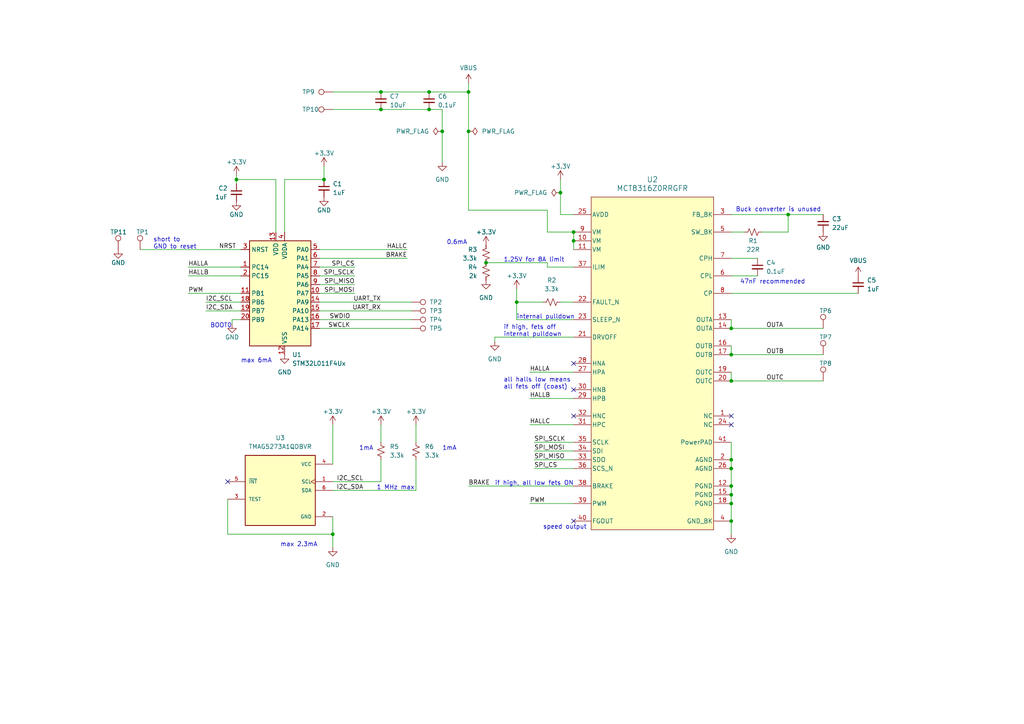
<source format=kicad_sch>
(kicad_sch (version 20230121) (generator eeschema)
  (paper "A4")
  (title_block (title "PennyESC") (date "2025-11-14") (rev "1") (company "Christopher Xu"))
  (lib_symbols
    (symbol "Connector:TestPoint" (pin_numbers hide) (pin_names (offset 0.762) hide)
      (property "Reference" "TP" (at 0 6.858 0))
      (property "Value" "TestPoint" (at 0 5.08 0))
      (symbol "TestPoint_0_1"
        (circle (center 0 3.302) (radius 0.762))
      )
      (symbol "TestPoint_1_1"
        (pin passive line (at 0 0 90) (length 2.54) (name "1") (number "1"))
      )
    )
    (symbol "Device:C_Small" (pin_numbers hide) (pin_names (offset 0.254) hide)
      (property "Reference" "C" (at 0.254 1.778 0))
      (property "Value" "C_Small" (at 0.254 -2.032 0))
      (symbol "C_Small_0_1"
        (polyline (pts (xy -1.524 -0.508) (xy 1.524 -0.508)) (stroke (width 0.3302)))
        (polyline (pts (xy -1.524 0.508) (xy 1.524 0.508)) (stroke (width 0.3048)))
      )
      (symbol "C_Small_1_1"
        (pin passive line (at 0 2.54 270) (length 2.032) (name "~") (number "1"))
        (pin passive line (at 0 -2.54 90) (length 2.032) (name "~") (number "2"))
      )
    )
    (symbol "Device:R_Small_US" (pin_numbers hide) (pin_names (offset 0.254) hide)
      (property "Reference" "R" (at 0.762 0.508 0))
      (property "Value" "R_Small_US" (at 0.762 -1.016 0))
      (symbol "R_Small_US_1_1"
        (polyline (pts (xy 0 0) (xy 1.016 -0.381) (xy 0 -0.762) (xy -1.016 -1.143) (xy 0 -1.524)))
        (polyline (pts (xy 0 1.524) (xy 1.016 1.143) (xy 0 0.762) (xy -1.016 0.381) (xy 0 0)))
        (pin passive line (at 0 2.54 270) (length 1.016) (name "~") (number "1"))
        (pin passive line (at 0 -2.54 90) (length 1.016) (name "~") (number "2"))
      )
    )
    (symbol "MCU_ST_STM32L0:STM32L011F4Ux"
      (property "Reference" "U" (at -7.62 16.51 0))
      (property "Value" "STM32L011F4Ux" (at 5.08 16.51 0))
      (symbol "STM32L011F4Ux_0_1"
        (rectangle (start -7.62 -15.24) (end 10.16 15.24) (stroke (width 0.254)) (fill (type background)))
      )
      (symbol "STM32L011F4Ux_1_1"
        (pin bidirectional line (at -10.16 7.62 0) (length 2.54) (name "PC14") (number "1"))
        (pin bidirectional line (at 12.7 0 180) (length 2.54) (name "PA7") (number "10"))
        (pin bidirectional line (at -10.16 0 0) (length 2.54) (name "PB1") (number "11"))
        (pin power_in line (at 2.54 -17.78 90) (length 2.54) (name "VSS") (number "12"))
        (pin power_in line (at 0 17.78 270) (length 2.54) (name "VDD") (number "13"))
        (pin bidirectional line (at 12.7 -2.54 180) (length 2.54) (name "PA9") (number "14"))
        (pin bidirectional line (at 12.7 -5.08 180) (length 2.54) (name "PA10") (number "15"))
        (pin bidirectional line (at 12.7 -7.62 180) (length 2.54) (name "PA13") (number "16"))
        (pin bidirectional line (at 12.7 -10.16 180) (length 2.54) (name "PA14") (number "17"))
        (pin bidirectional line (at -10.16 -2.54 0) (length 2.54) (name "PB6") (number "18"))
        (pin bidirectional line (at -10.16 -5.08 0) (length 2.54) (name "PB7") (number "19"))
        (pin bidirectional line (at -10.16 5.08 0) (length 2.54) (name "PC15") (number "2"))
        (pin bidirectional line (at -10.16 -7.62 0) (length 2.54) (name "PB9") (number "20"))
        (pin input line (at -10.16 12.7 0) (length 2.54) (name "NRST") (number "3"))
        (pin power_in line (at 2.54 17.78 270) (length 2.54) (name "VDDA") (number "4"))
        (pin bidirectional line (at 12.7 12.7 180) (length 2.54) (name "PA0") (number "5"))
        (pin bidirectional line (at 12.7 10.16 180) (length 2.54) (name "PA1") (number "6"))
        (pin bidirectional line (at 12.7 7.62 180) (length 2.54) (name "PA4") (number "7"))
        (pin bidirectional line (at 12.7 5.08 180) (length 2.54) (name "PA5") (number "8"))
        (pin bidirectional line (at 12.7 2.54 180) (length 2.54) (name "PA6") (number "9"))
      )
    )
    (symbol "pennyesc:MCT8316Z0RRGFR" (pin_names (offset 0.254))
      (property "Reference" "U" (at 1.27 58.42 0))
      (property "Value" "MCT8316Z0RRGFR" (at 0 55.88 0))
      (symbol "MCT8316Z0RRGFR_0_1"
        (pin unspecified line (at 24.13 -10.16 180) (length 5.08) (name "NC") (number "1"))
        (pin power_in line (at -21.59 40.64 0) (length 5.08) (name "VM") (number "10"))
        (pin power_in line (at -21.59 38.1 0) (length 5.08) (name "VM") (number "11"))
        (pin power_in line (at 24.13 -30.48 180) (length 5.08) (name "PGND") (number "12"))
        (pin power_in line (at 24.13 -33.02 180) (length 5.08) (name "PGND") (number "15"))
        (pin power_in line (at 24.13 -35.56 180) (length 5.08) (name "PGND") (number "18"))
        (pin power_in line (at 24.13 -22.86 180) (length 5.08) (name "AGND") (number "2"))
        (pin input line (at -21.59 12.7 0) (length 5.08) (name "DRVOFF") (number "21"))
        (pin open_collector line (at -21.59 22.86 0) (length 5.08) (name "FAULT_N") (number "22"))
        (pin input line (at -21.59 17.78 0) (length 5.08) (name "SLEEP_N") (number "23"))
        (pin unspecified line (at 24.13 -12.7 180) (length 5.08) (name "NC") (number "24"))
        (pin power_in line (at -21.59 48.26 0) (length 5.08) (name "AVDD") (number "25"))
        (pin power_in line (at 24.13 -25.4 180) (length 5.08) (name "AGND") (number "26"))
        (pin input line (at -21.59 2.54 0) (length 5.08) (name "HPA") (number "27"))
        (pin input line (at -21.59 5.08 0) (length 5.08) (name "HNA") (number "28"))
        (pin input line (at -21.59 -5.08 0) (length 5.08) (name "HPB") (number "29"))
        (pin input line (at -21.59 -2.54 0) (length 5.08) (name "HNB") (number "30"))
        (pin input line (at -21.59 -12.7 0) (length 5.08) (name "HPC") (number "31"))
        (pin input line (at -21.59 -10.16 0) (length 5.08) (name "HNC") (number "32"))
        (pin output line (at -21.59 -22.86 0) (length 5.08) (name "SDO") (number "33"))
        (pin input line (at -21.59 -20.32 0) (length 5.08) (name "SDI") (number "34"))
        (pin input line (at -21.59 -17.78 0) (length 5.08) (name "SCLK") (number "35"))
        (pin input line (at -21.59 -25.4 0) (length 5.08) (name "SCS_N") (number "36"))
        (pin input line (at -21.59 33.02 0) (length 5.08) (name "ILIM") (number "37"))
        (pin input line (at -21.59 -30.48 0) (length 5.08) (name "BRAKE") (number "38"))
        (pin power_in line (at 24.13 -40.64 180) (length 5.08) (name "GND_BK") (number "4"))
        (pin power_in line (at 24.13 -17.78 180) (length 5.08) (name "PowerPAD") (number "41"))
        (pin power_in line (at -21.59 43.18 0) (length 5.08) (name "VM") (number "9"))
      )
      (symbol "MCT8316Z0RRGFR_1_1"
        (rectangle (start -16.51 53.34) (end 19.05 -43.18) (fill (type background)))
        (pin bidirectional line (at 24.13 17.78 180) (length 5.08) (name "OUTA") (number "13"))
        (pin bidirectional line (at 24.13 15.24 180) (length 5.08) (name "OUTA") (number "14"))
        (pin bidirectional line (at 24.13 10.16 180) (length 5.08) (name "OUTB") (number "16"))
        (pin bidirectional line (at 24.13 7.62 180) (length 5.08) (name "OUTB") (number "17"))
        (pin bidirectional line (at 24.13 2.54 180) (length 5.08) (name "OUTC") (number "19"))
        (pin bidirectional line (at 24.13 0 180) (length 5.08) (name "OUTC") (number "20"))
        (pin input line (at 24.13 48.26 180) (length 5.08) (name "FB_BK") (number "3"))
        (pin input line (at -21.59 -35.56 0) (length 5.08) (name "PWM") (number "39"))
        (pin output line (at -21.59 -40.64 0) (length 5.08) (name "FGOUT") (number "40"))
        (pin power_out line (at 24.13 43.18 180) (length 5.08) (name "SW_BK") (number "5"))
        (pin bidirectional line (at 24.13 30.48 180) (length 5.08) (name "CPL") (number "6"))
        (pin bidirectional line (at 24.13 35.56 180) (length 5.08) (name "CPH") (number "7"))
        (pin bidirectional line (at 24.13 25.4 180) (length 5.08) (name "CP") (number "8"))
      )
    )
    (symbol "pennyesc:TMAG5273A1QDBVR" (pin_names (offset 1.016))
      (property "Reference" "U" (at -10.16 10.922 0))
      (property "Value" "TMAG5273A1QDBVR" (at -10.16 -12.7 0))
      (symbol "TMAG5273A1QDBVR_0_0"
        (rectangle (start -10.16 10.16) (end 10.16 -10.16) (stroke (width 0.254)) (fill (type background)))
        (pin bidirectional clock (at 15.24 2.54 180) (length 5.08) (name "SCL") (number "1"))
        (pin power_in line (at 15.24 -7.62 180) (length 5.08) (name "GND") (number "2"))
        (pin input line (at -15.24 -2.54 0) (length 5.08) (name "TEST") (number "3"))
        (pin power_in line (at 15.24 7.62 180) (length 5.08) (name "VCC") (number "4"))
        (pin bidirectional line (at -15.24 2.54 0) (length 5.08) (name "~{INT}") (number "5"))
        (pin bidirectional line (at 15.24 0 180) (length 5.08) (name "SDA") (number "6"))
      )
    )
    (symbol "power:+3.3V" (power) (pin_names (offset 0))
      (property "Value" "+3.3V" (at 0 3.556 0))
      (symbol "+3.3V_0_1"
        (polyline (pts (xy -0.762 1.27) (xy 0 2.54)))
        (polyline (pts (xy 0 0) (xy 0 2.54)))
        (polyline (pts (xy 0 2.54) (xy 0.762 1.27)))
      )
      (symbol "+3.3V_1_1"
        (pin power_in line (at 0 0 90) (length 0) hide (name "+3.3V") (number "1"))
      )
    )
    (symbol "power:GND" (power) (pin_names (offset 0))
      (property "Value" "GND" (at 0 -3.81 0))
      (symbol "GND_0_1"
        (polyline (pts (xy 0 0) (xy 0 -1.27) (xy 1.27 -1.27) (xy 0 -2.54) (xy -1.27 -1.27) (xy 0 -1.27)))
      )
      (symbol "GND_1_1"
        (pin power_in line (at 0 0 270) (length 0) hide (name "GND") (number "1"))
      )
    )
    (symbol "power:PWR_FLAG" (power) (pin_numbers hide) (pin_names (offset 0) hide)
      (property "Value" "PWR_FLAG" (at 0 3.81 0))
      (symbol "PWR_FLAG_0_0"
        (pin power_out line (at 0 0 90) (length 0) (name "pwr") (number "1"))
      )
      (symbol "PWR_FLAG_0_1"
        (polyline (pts (xy 0 0) (xy 0 1.27) (xy -1.016 1.905) (xy 0 2.54) (xy 1.016 1.905) (xy 0 1.27)))
      )
    )
    (symbol "power:VBUS" (power) (pin_names (offset 0))
      (property "Value" "VBUS" (at 0 3.81 0))
      (symbol "VBUS_0_1"
        (polyline (pts (xy -0.762 1.27) (xy 0 2.54)))
        (polyline (pts (xy 0 0) (xy 0 2.54)))
        (polyline (pts (xy 0 2.54) (xy 0.762 1.27)))
      )
      (symbol "VBUS_1_1"
        (pin power_in line (at 0 0 90) (length 0) hide (name "VBUS") (number "1"))
      )
    )
  )
  (junction (at 228.6 62.23))
  (junction (at 212.09 110.49))
  (junction (at 162.56 55.88))
  (junction (at 68.58 52.07))
  (junction (at 124.46 26.67))
  (junction (at 128.27 38.1))
  (junction (at 93.98 52.07))
  (junction (at 149.86 87.63))
  (junction (at 212.09 143.51))
  (junction (at 212.09 151.13))
  (junction (at 110.49 26.67))
  (junction (at 96.52 154.94))
  (junction (at 212.09 140.97))
  (junction (at 212.09 146.05))
  (junction (at 212.09 133.35))
  (junction (at 135.89 38.1))
  (junction (at 166.37 67.31))
  (junction (at 124.46 31.75))
  (junction (at 166.37 69.85))
  (junction (at 212.09 95.25))
  (junction (at 140.97 76.2))
  (junction (at 212.09 102.87))
  (junction (at 212.09 135.89))
  (junction (at 135.89 26.67))
  (junction (at 110.49 31.75))
  (no_connect (at 166.37 113.03))
  (no_connect (at 166.37 120.65))
  (no_connect (at 212.09 123.19))
  (no_connect (at 212.09 120.65))
  (no_connect (at 166.37 105.41))
  (no_connect (at 166.37 151.13))
  (no_connect (at 66.04 139.7))
  (wire (pts (xy 92.71 74.93) (xy 118.11 74.93)))
  (wire (pts (xy 80.01 52.07) (xy 80.01 67.31)))
  (wire (pts (xy 92.71 80.01) (xy 102.87 80.01)))
  (wire (pts (xy 153.67 115.57) (xy 166.37 115.57)))
  (wire (pts (xy 124.46 31.75) (xy 128.27 31.75)))
  (wire (pts (xy 135.89 38.1) (xy 135.89 60.96)))
  (wire (pts (xy 143.51 97.79) (xy 166.37 97.79)))
  (wire (pts (xy 92.71 85.09) (xy 102.87 85.09)))
  (wire (pts (xy 212.09 67.31) (xy 215.9 67.31)))
  (wire (pts (xy 82.55 52.07) (xy 93.98 52.07)))
  (wire (pts (xy 110.49 31.75) (xy 124.46 31.75)))
  (wire (pts (xy 128.27 38.1) (xy 128.27 46.99)))
  (wire (pts (xy 135.89 140.97) (xy 166.37 140.97)))
  (wire (pts (xy 149.86 83.82) (xy 149.86 87.63)))
  (wire (pts (xy 92.71 90.17) (xy 119.38 90.17)))
  (wire (pts (xy 92.71 95.25) (xy 119.38 95.25)))
  (wire (pts (xy 92.71 92.71) (xy 119.38 92.71)))
  (wire (pts (xy 93.98 52.07) (xy 93.98 48.26)))
  (wire (pts (xy 120.65 133.35) (xy 120.65 142.24)))
  (wire (pts (xy 124.46 26.67) (xy 135.89 26.67)))
  (wire (pts (xy 212.09 100.33) (xy 212.09 102.87)))
  (wire (pts (xy 68.58 50.8) (xy 68.58 52.07)))
  (wire (pts (xy 228.6 62.23) (xy 238.76 62.23)))
  (wire (pts (xy 238.76 102.87) (xy 212.09 102.87)))
  (wire (pts (xy 154.94 135.89) (xy 166.37 135.89)))
  (wire (pts (xy 238.76 95.25) (xy 212.09 95.25)))
  (wire (pts (xy 54.61 80.01) (xy 69.85 80.01)))
  (wire (pts (xy 59.69 87.63) (xy 69.85 87.63)))
  (wire (pts (xy 212.09 107.95) (xy 212.09 110.49)))
  (wire (pts (xy 212.09 128.27) (xy 212.09 133.35)))
  (wire (pts (xy 96.52 31.75) (xy 110.49 31.75)))
  (wire (pts (xy 92.71 82.55) (xy 102.87 82.55)))
  (wire (pts (xy 212.09 135.89) (xy 212.09 140.97)))
  (wire (pts (xy 96.52 154.94) (xy 96.52 149.86)))
  (wire (pts (xy 220.98 67.31) (xy 228.6 67.31)))
  (wire (pts (xy 66.04 154.94) (xy 96.52 154.94)))
  (wire (pts (xy 110.49 133.35) (xy 110.49 139.7)))
  (wire (pts (xy 135.89 24.13) (xy 135.89 26.67)))
  (wire (pts (xy 158.75 76.2) (xy 140.97 76.2)))
  (wire (pts (xy 212.09 146.05) (xy 212.09 151.13)))
  (wire (pts (xy 158.75 60.96) (xy 158.75 67.31)))
  (wire (pts (xy 153.67 107.95) (xy 166.37 107.95)))
  (wire (pts (xy 212.09 74.93) (xy 219.71 74.93)))
  (wire (pts (xy 212.09 95.25) (xy 212.09 92.71)))
  (wire (pts (xy 59.69 90.17) (xy 69.85 90.17)))
  (wire (pts (xy 54.61 77.47) (xy 69.85 77.47)))
  (wire (pts (xy 149.86 87.63) (xy 157.48 87.63)))
  (wire (pts (xy 68.58 52.07) (xy 68.58 53.34)))
  (wire (pts (xy 149.86 87.63) (xy 149.86 92.71)))
  (wire (pts (xy 162.56 62.23) (xy 166.37 62.23)))
  (wire (pts (xy 92.71 87.63) (xy 119.38 87.63)))
  (wire (pts (xy 118.11 72.39) (xy 92.71 72.39)))
  (wire (pts (xy 154.94 133.35) (xy 166.37 133.35)))
  (wire (pts (xy 96.52 26.67) (xy 110.49 26.67)))
  (wire (pts (xy 154.94 128.27) (xy 166.37 128.27)))
  (wire (pts (xy 67.31 92.71) (xy 69.85 92.71)))
  (wire (pts (xy 228.6 67.31) (xy 228.6 62.23)))
  (wire (pts (xy 135.89 60.96) (xy 158.75 60.96)))
  (wire (pts (xy 149.86 92.71) (xy 166.37 92.71)))
  (wire (pts (xy 166.37 67.31) (xy 166.37 69.85)))
  (wire (pts (xy 143.51 97.79) (xy 143.51 99.06)))
  (wire (pts (xy 166.37 77.47) (xy 158.75 77.47)))
  (wire (pts (xy 162.56 87.63) (xy 166.37 87.63)))
  (wire (pts (xy 238.76 110.49) (xy 212.09 110.49)))
  (wire (pts (xy 212.09 80.01) (xy 219.71 80.01)))
  (wire (pts (xy 68.58 52.07) (xy 80.01 52.07)))
  (wire (pts (xy 135.89 26.67) (xy 135.89 38.1)))
  (wire (pts (xy 228.6 62.23) (xy 212.09 62.23)))
  (wire (pts (xy 110.49 26.67) (xy 124.46 26.67)))
  (wire (pts (xy 40.64 72.39) (xy 69.85 72.39)))
  (wire (pts (xy 96.52 158.75) (xy 96.52 154.94)))
  (wire (pts (xy 110.49 123.19) (xy 110.49 128.27)))
  (wire (pts (xy 67.31 93.98) (xy 67.31 92.71)))
  (wire (pts (xy 92.71 77.47) (xy 102.87 77.47)))
  (wire (pts (xy 82.55 52.07) (xy 82.55 67.31)))
  (wire (pts (xy 120.65 123.19) (xy 120.65 128.27)))
  (wire (pts (xy 212.09 151.13) (xy 212.09 154.94)))
  (wire (pts (xy 212.09 85.09) (xy 248.92 85.09)))
  (wire (pts (xy 162.56 62.23) (xy 162.56 55.88)))
  (wire (pts (xy 96.52 123.19) (xy 96.52 134.62)))
  (wire (pts (xy 96.52 139.7) (xy 110.49 139.7)))
  (wire (pts (xy 212.09 140.97) (xy 212.09 143.51)))
  (wire (pts (xy 162.56 52.07) (xy 162.56 55.88)))
  (wire (pts (xy 212.09 143.51) (xy 212.09 146.05)))
  (wire (pts (xy 66.04 144.78) (xy 66.04 154.94)))
  (wire (pts (xy 158.75 77.47) (xy 158.75 76.2)))
  (wire (pts (xy 158.75 67.31) (xy 166.37 67.31)))
  (wire (pts (xy 166.37 69.85) (xy 166.37 72.39)))
  (wire (pts (xy 153.67 123.19) (xy 166.37 123.19)))
  (wire (pts (xy 153.67 146.05) (xy 166.37 146.05)))
  (wire (pts (xy 154.94 130.81) (xy 166.37 130.81)))
  (wire (pts (xy 212.09 133.35) (xy 212.09 135.89)))
  (wire (pts (xy 54.61 85.09) (xy 69.85 85.09)))
  (wire (pts (xy 128.27 31.75) (xy 128.27 38.1)))
  (wire (pts (xy 96.52 142.24) (xy 120.65 142.24)))
  (text "internal pulldown" (at 149.86 92.71 0) (effects (font (size 1.27 1.27)) (justify left bottom)))
  (text "1mA" (at 104.14 130.81 0) (effects (font (size 1.27 1.27)) (justify left bottom)))
  (text "1 MHz max" (at 109.22 142.24 0) (effects (font (size 1.27 1.27)) (justify left bottom)))
  (text "Buck converter is unused" (at 213.36 61.595 0) (effects (font (size 1.27 1.27)) (justify left bottom)))
  (text "short to \nGND to reset" (at 44.45 72.39 0) (effects (font (size 1.27 1.27)) (justify left bottom)))
  (text "max 2.3mA" (at 81.28 158.75 0) (effects (font (size 1.27 1.27)) (justify left bottom)))
  (text "max 6mA" (at 69.85 105.41 0) (effects (font (size 1.27 1.27)) (justify left bottom)))
  (text "0.6mA" (at 129.54 71.12 0) (effects (font (size 1.27 1.27)) (justify left bottom)))
  (text "1mA" (at 128.27 130.81 0) (effects (font (size 1.27 1.27)) (justify left bottom)))
  (text "if high, fets off\ninternal pulldown" (at 146.05 97.79 0) (effects (font (size 1.27 1.27)) (justify left bottom)))
  (text "all halls low means\nall fets off (coast)" (at 146.05 113.03 0) (effects (font (size 1.27 1.27)) (justify left bottom)))
  (text "if high, all low fets ON" (at 143.51 140.97 0) (effects (font (size 1.27 1.27)) (justify left bottom)))
  (text "speed output" (at 157.48 153.67 0) (effects (font (size 1.27 1.27)) (justify left bottom)))
  (text "1.25V for 8A limit" (at 146.05 76.2 0) (effects (font (size 1.27 1.27)) (justify left bottom)))
  (text "BOOT0" (at 60.96 95.25 0) (effects (font (size 1.27 1.27)) (justify left bottom)))
  (text "47nF recommended" (at 214.63 82.55 0) (effects (font (size 1.27 1.27)) (justify left bottom)))
  (label "NRST" (at 63.5 72.39 0))
  (label "OUTB" (at 222.25 102.87 0))
  (label "I2C_SCL" (at 59.69 87.63 0))
  (label "HALLB" (at 153.67 115.57 0))
  (label "SWDIO" (at 101.6 92.71 180))
  (label "HALLC" (at 153.67 123.19 0))
  (label "SPI_SCLK" (at 154.94 128.27 0))
  (label "I2C_SDA" (at 59.69 90.17 0))
  (label "PWM" (at 153.67 146.05 0))
  (label "SPI_SCLK" (at 102.87 80.01 180))
  (label "PWM" (at 54.61 85.09 0))
  (label "OUTC" (at 222.25 110.49 0))
  (label "SWCLK" (at 101.6 95.25 180))
  (label "I2C_SDA" (at 105.41 142.24 180))
  (label "HALLB" (at 54.61 80.01 0))
  (label "HALLC" (at 118.11 72.39 180))
  (label "SPI_MOSI" (at 102.87 85.09 180))
  (label "OUTA" (at 222.25 95.25 0))
  (label "UART_RX" (at 110.49 90.17 180))
  (label "I2C_SCL" (at 105.41 139.7 180))
  (label "SPI_CS" (at 102.87 77.47 180))
  (label "HALLA" (at 153.67 107.95 0))
  (label "SPI_MISO" (at 102.87 82.55 180))
  (label "UART_TX" (at 110.49 87.63 180))
  (label "BRAKE" (at 118.11 74.93 180))
  (label "SPI_CS" (at 154.94 135.89 0))
  (label "BRAKE" (at 135.89 140.97 0))
  (label "SPI_MOSI" (at 154.94 130.81 0))
  (label "SPI_MISO" (at 154.94 133.35 0))
  (label "HALLA" (at 54.61 77.47 0))
  (symbol (lib_id "power:+3.3V") (at 110.49 123.19 0) (mirror y) (unit 1)
    (property "Reference" "#PWR019" (effects hide))
    (property "Value" "+3.3V" (at 110.49 119.38 0))
  )
  (symbol (lib_id "Device:R_Small_US") (at 110.49 130.81 0) (unit 1)
    (property "Reference" "R5" (at 113.03 129.54 0) (effects (justify left)))
    (property "Value" "3.3k" (at 113.03 132.08 0) (effects (justify left)))
    (property "Footprint" "Resistor_SMD:R_0402_1005Metric" (effects hide))
    (property "JLCPCB" "C25890" (effects hide))
    (property "MP" "0402WGF3301TCE" (effects hide))
    (property "LCSC PN" "C25890" (effects hide))
  )
  (symbol (lib_id "MCU_ST_STM32L0:STM32L011F4Ux") (at 80.01 85.09 0) (unit 1)
    (property "Reference" "U1" (at 84.7441 102.87 0) (effects (justify left)))
    (property "Value" "STM32L011F4Ux" (at 84.7441 105.41 0) (effects (justify left)))
    (property "Footprint" "Package_DFN_QFN:ST_UFQFPN-20_3x3mm_P0.5mm" (effects hide))
    (property "Datasheet" "https://www.st.com/resource/en/datasheet/stm32l011f4.pdf" (effects hide))
    (property "JLCPCB" "C329283" (effects hide))
    (property "MP" "STM32L011F4U6TR" (effects hide))
    (property "LCSC PN" "C329283" (effects hide))
    (property "FT Rotation Offset" "180" (effects hide))
  )
  (symbol (lib_id "power:GND") (at 34.29 72.39 0) (mirror y) (unit 1)
    (property "Reference" "#PWR021" (effects hide))
    (property "Value" "GND" (at 34.29 76.2 0))
  )
  (symbol (lib_id "Connector:TestPoint") (at 119.38 87.63 270) (unit 1) (in_bom no)
    (property "Reference" "TP2" (at 128.27 87.63 90) (effects (justify right)))
    (property "Value" "TestPoint" (effects hide))
    (property "Footprint" "pennyesc:TestPoint_Pad_Rect" (effects hide))
  )
  (symbol (lib_id "Connector:TestPoint") (at 34.29 72.39 0) (unit 1) (in_bom no)
    (property "Reference" "TP11" (at 36.83 67.31 0) (effects (justify right)))
    (property "Value" "TestPoint" (effects hide))
    (property "Footprint" "pennyesc:TestPoint_Pad_1mm" (effects hide))
  )
  (symbol (lib_id "Connector:TestPoint") (at 238.76 110.49 0) (unit 1) (in_bom no)
    (property "Reference" "TP8" (at 241.3 105.41 0) (effects (justify right)))
    (property "Value" "TestPoint" (effects hide))
    (property "Footprint" "pennyesc:SolderHole_1.0x1.6mm" (effects hide))
  )
  (symbol (lib_id "Device:R_Small_US") (at 140.97 78.74 0) (mirror y) (unit 1)
    (property "Reference" "R4" (at 138.43 77.47 0) (effects (justify left)))
    (property "Value" "2k" (at 138.43 80.01 0) (effects (justify left)))
    (property "Footprint" "Resistor_SMD:R_0402_1005Metric" (effects hide))
    (property "JLCPCB" "C4109" (effects hide))
    (property "MP" "0402WGF2001TCE" (effects hide))
    (property "LCSC PN" "C4109" (effects hide))
  )
  (symbol (lib_id "power:+3.3V") (at 162.56 52.07 0) (mirror y) (unit 1)
    (property "Reference" "#PWR06" (effects hide))
    (property "Value" "+3.3V" (at 162.56 48.26 0))
  )
  (symbol (lib_id "power:+3.3V") (at 93.98 48.26 0) (mirror y) (unit 1)
    (property "Reference" "#PWR02" (effects hide))
    (property "Value" "+3.3V" (at 93.98 44.45 0))
  )
  (symbol (lib_id "Connector:TestPoint") (at 119.38 92.71 270) (unit 1) (in_bom no)
    (property "Reference" "TP4" (at 128.27 92.71 90) (effects (justify right)))
    (property "Value" "TestPoint" (effects hide))
    (property "Footprint" "pennyesc:TestPoint_Pad_Rect" (effects hide))
  )
  (symbol (lib_id "Device:R_Small_US") (at 218.44 67.31 90) (unit 1)
    (property "Reference" "R1" (at 218.44 69.85 90))
    (property "Value" "22R" (at 218.44 72.39 90))
    (property "Footprint" "Resistor_SMD:R_0402_1005Metric" (effects hide))
    (property "Datasheet" "https://jlcpcb.com/api/file/downloadByFileSystemAccessId/8579705910383595520" (effects hide))
    (property "JLCPCB" "C25092" (effects hide))
    (property "MP" "0402WGF220JTCE" (effects hide))
    (property "LCSC PN" "C25092" (effects hide))
  )
  (symbol (lib_id "Device:R_Small_US") (at 120.65 130.81 0) (unit 1)
    (property "Reference" "R6" (at 123.19 129.54 0) (effects (justify left)))
    (property "Value" "3.3k" (at 123.19 132.08 0) (effects (justify left)))
    (property "Footprint" "Resistor_SMD:R_0402_1005Metric" (effects hide))
    (property "JLCPCB" "C25890" (effects hide))
    (property "MP" "0402WGF3301TCE" (effects hide))
    (property "LCSC PN" "C25890" (effects hide))
  )
  (symbol (lib_id "Connector:TestPoint") (at 96.52 26.67 90) (unit 1) (in_bom no)
    (property "Reference" "TP9" (at 87.63 26.67 90) (effects (justify right)))
    (property "Value" "TestPoint" (effects hide))
    (property "Footprint" "pennyesc:Power_Pad_Rect" (effects hide))
  )
  (symbol (lib_id "Device:C_Small") (at 219.71 77.47 0) (unit 1)
    (property "Reference" "C4" (at 222.25 76.2063 0) (effects (justify left)))
    (property "Value" "0.1uF" (at 222.25 78.7463 0) (effects (justify left)))
    (property "Footprint" "Capacitor_SMD:C_0402_1005Metric" (effects hide))
    (property "JLCPCB" "C307331" (effects hide))
    (property "MP" "CL05B104KB54PNC" (effects hide))
    (property "LCSC PN" "C307331" (effects hide))
  )
  (symbol (lib_id "power:GND") (at 96.52 158.75 0) (unit 1)
    (property "Reference" "#PWR015" (effects hide))
    (property "Value" "GND" (at 96.52 163.83 0))
  )
  (symbol (lib_id "pennyesc:MCT8316Z0RRGFR") (at 187.96 110.49 0) (unit 1)
    (property "Reference" "U2" (at 189.23 52.07 0) (effects (font (size 1.524 1.524))))
    (property "Value" "MCT8316Z0RRGFR" (at 189.23 54.61 0) (effects (font (size 1.524 1.524))))
    (property "Footprint" "pennyesc:MCT8316Z0RRGFR-IPC_C" (effects hide))
    (property "Datasheet" "https://www.ti.com/lit/gpn/mct8316z" (effects hide))
    (property "JLCPCB" "C3681249" (effects hide))
    (property "MP" "MCT8316Z0RRGFR" (effects hide))
    (property "LCSC PN" "C3681249" (effects hide))
  )
  (symbol (lib_id "power:GND") (at 68.58 58.42 0) (mirror y) (unit 1)
    (property "Reference" "#PWR05" (effects hide))
    (property "Value" "GND" (at 68.58 62.23 0))
  )
  (symbol (lib_id "power:GND") (at 128.27 46.99 0) (unit 1)
    (property "Reference" "#PWR016" (effects hide))
    (property "Value" "GND" (at 128.27 52.07 0))
  )
  (symbol (lib_id "Device:C_Small") (at 238.76 64.77 180) (unit 1)
    (property "Reference" "C3" (at 241.3 63.4936 0) (effects (justify right)))
    (property "Value" "22uF" (at 241.3 66.0336 0) (effects (justify right)))
    (property "Footprint" "Capacitor_SMD:C_0603_1608Metric" (effects hide))
    (property "Datasheet" "https://jlcpcb.com/api/file/downloadByFileSystemAccessId/8555544417670705152" (effects hide))
    (property "MP" "CL10A226MQ8NRNC" (effects hide))
    (property "JLCPCB" "C59461" (effects hide))
    (property "LCSC PN" "C59461" (effects hide))
  )
  (symbol (lib_id "Device:C_Small") (at 248.92 82.55 0) (unit 1)
    (property "Reference" "C5" (at 251.46 81.2863 0) (effects (justify left)))
    (property "Value" "1uF" (at 251.46 83.8263 0) (effects (justify left)))
    (property "Footprint" "Capacitor_SMD:C_0402_1005Metric" (effects hide))
    (property "JLCPCB" "C52923" (effects hide))
    (property "MP" "CL05A105KA5NQNC" (effects hide))
    (property "LCSC PN" "C52923" (effects hide))
  )
  (symbol (lib_id "Device:R_Small_US") (at 140.97 73.66 0) (mirror y) (unit 1)
    (property "Reference" "R3" (at 138.43 72.39 0) (effects (justify left)))
    (property "Value" "3.3k" (at 138.43 74.93 0) (effects (justify left)))
    (property "Footprint" "Resistor_SMD:R_0402_1005Metric" (effects hide))
    (property "JLCPCB" "C25890" (effects hide))
    (property "MP" "0402WGF3301TCE" (effects hide))
    (property "LCSC PN" "C25890" (effects hide))
  )
  (symbol (lib_id "power:GND") (at 93.98 57.15 0) (mirror y) (unit 1)
    (property "Reference" "#PWR04" (effects hide))
    (property "Value" "GND" (at 93.98 60.96 0))
  )
  (symbol (lib_id "Connector:TestPoint") (at 119.38 95.25 270) (unit 1) (in_bom no)
    (property "Reference" "TP5" (at 128.27 95.25 90) (effects (justify right)))
    (property "Value" "TestPoint" (effects hide))
    (property "Footprint" "pennyesc:TestPoint_Pad_Rect" (effects hide))
  )
  (symbol (lib_id "power:PWR_FLAG") (at 128.27 38.1 90) (mirror x) (unit 1)
    (property "Reference" "#FLG03" (effects hide))
    (property "Value" "PWR_FLAG" (at 124.46 38.1 90) (effects (justify left)))
  )
  (symbol (lib_id "power:VBUS") (at 135.89 24.13 0) (unit 1)
    (property "Reference" "#PWR01" (effects hide))
    (property "Value" "VBUS" (at 135.89 19.685 0))
  )
  (symbol (lib_id "power:VBUS") (at 248.92 80.01 0) (unit 1)
    (property "Reference" "#PWR08" (effects hide))
    (property "Value" "VBUS" (at 248.92 75.565 0))
  )
  (symbol (lib_id "power:GND") (at 238.76 67.31 0) (unit 1)
    (property "Reference" "#PWR07" (effects hide))
    (property "Value" "GND" (at 238.76 71.755 0))
  )
  (symbol (lib_id "Device:R_Small_US") (at 160.02 87.63 90) (unit 1)
    (property "Reference" "R2" (at 160.02 81.28 90))
    (property "Value" "3.3k" (at 160.02 83.82 90))
    (property "Footprint" "Resistor_SMD:R_0402_1005Metric" (effects hide))
    (property "JLCPCB" "C25890" (effects hide))
    (property "MP" "0402WGF3301TCE" (effects hide))
    (property "LCSC PN" "C25890" (effects hide))
  )
  (symbol (lib_id "power:+3.3V") (at 68.58 50.8 0) (mirror y) (unit 1)
    (property "Reference" "#PWR03" (effects hide))
    (property "Value" "+3.3V" (at 68.58 46.99 0))
  )
  (symbol (lib_id "power:GND") (at 140.97 81.28 0) (unit 1)
    (property "Reference" "#PWR017" (effects hide))
    (property "Value" "GND" (at 140.97 86.36 0))
  )
  (symbol (lib_id "Device:C_Small") (at 110.49 29.21 0) (unit 1)
    (property "Reference" "C7" (at 113.03 27.9463 0) (effects (justify left)))
    (property "Value" "10uF" (at 113.03 30.4863 0) (effects (justify left)))
    (property "Footprint" "Capacitor_SMD:C_0603_1608Metric" (effects hide))
    (property "JLCPCB" "C96446" (effects hide))
    (property "MP" "CL10A106MA8NRNC" (effects hide))
    (property "LCSC PN" "C96446" (effects hide))
  )
  (symbol (lib_id "Connector:TestPoint") (at 96.52 31.75 90) (unit 1) (in_bom no)
    (property "Reference" "TP10" (at 87.63 31.75 90) (effects (justify right)))
    (property "Value" "TestPoint" (effects hide))
    (property "Footprint" "pennyesc:Power_Pad_Rect" (effects hide))
  )
  (symbol (lib_id "Device:C_Small") (at 93.98 54.61 0) (unit 1)
    (property "Reference" "C1" (at 96.52 53.3463 0) (effects (justify left)))
    (property "Value" "1uF" (at 96.52 55.8863 0) (effects (justify left)))
    (property "Footprint" "Capacitor_SMD:C_0402_1005Metric" (effects hide))
    (property "MPN" "CL05A105KA5NQNC" (effects hide))
    (property "Vendor" "LCSC" (effects hide))
    (property "Vendor#" "C52923" (effects hide))
    (property "JLCPCB" "C52923" (effects hide))
    (property "MP" "CL05A105KA5NQNC" (effects hide))
    (property "LCSC PN" "C52923" (effects hide))
  )
  (symbol (lib_id "power:+3.3V") (at 96.52 123.19 0) (mirror y) (unit 1)
    (property "Reference" "#PWR013" (effects hide))
    (property "Value" "+3.3V" (at 96.52 119.38 0))
  )
  (symbol (lib_id "pennyesc:TMAG5273A1QDBVR") (at 81.28 142.24 0) (unit 1)
    (property "Reference" "U3" (at 81.28 127 0))
    (property "Value" "TMAG5273A1QDBVR" (at 81.28 129.54 0))
    (property "Footprint" "pennyesc:SOT95P280X140-6N" (effects hide))
    (property "Datasheet" "https://www.ti.com/lit/ds/symlink/tmag5273.pdf" (effects hide))
    (property "MF" "Texas Instruments" (effects hide))
    (property "MAXIMUM_PACKAGE_HEIGHT" "1.40mm" (effects hide))
    (property "Package" "SOT-23-6 Texas Instruments" (effects hide))
    (property "Price" "None" (effects hide))
    (property "Check_prices" "https://www.snapeda.com/parts/TMAG5273A1QDBVR/Texas+Instruments/view-part/?ref=eda" (effects hide))
    (property "STANDARD" "IPC-7351B" (effects hide))
    (property "PARTREV" "B" (effects hide))
    (property "SnapEDA_Link" "https://www.snapeda.com/parts/TMAG5273A1QDBVR/Texas+Instruments/view-part/?ref=snap" (effects hide))
    (property "MP" "TMAG5273A1QDBVR" (effects hide))
    (property "Description" "\n                        \n                            Low-power linear 3D Hall-effect sensor with I²C interface\n                        \n" (effects hide))
    (property "Availability" "In Stock" (effects hide))
    (property "MANUFACTURER" "Texas Instruments" (effects hide))
    (property "JLCPCB" "C3716049" (effects hide))
    (property "LCSC PN" "C3716049" (effects hide))
    (property "FT Rotation Offset" "180" (effects hide))
  )
  (symbol (lib_id "Connector:TestPoint") (at 40.64 72.39 0) (unit 1) (in_bom no)
    (property "Reference" "TP1" (at 43.18 67.31 0) (effects (justify right)))
    (property "Value" "TestPoint" (effects hide))
    (property "Footprint" "pennyesc:TestPoint_Pad_1mm" (effects hide))
  )
  (symbol (lib_id "power:GND") (at 67.31 93.98 0) (mirror y) (unit 1)
    (property "Reference" "#PWR09" (effects hide))
    (property "Value" "GND" (at 67.31 97.79 0))
  )
  (symbol (lib_id "power:+3.3V") (at 120.65 123.19 0) (mirror y) (unit 1)
    (property "Reference" "#PWR020" (effects hide))
    (property "Value" "+3.3V" (at 120.65 119.38 0))
  )
  (symbol (lib_id "power:GND") (at 212.09 154.94 0) (unit 1)
    (property "Reference" "#PWR014" (effects hide))
    (property "Value" "GND" (at 212.09 160.02 0))
  )
  (symbol (lib_id "power:GND") (at 143.51 99.06 0) (unit 1)
    (property "Reference" "#PWR012" (effects hide))
    (property "Value" "GND" (at 143.51 104.14 0))
  )
  (symbol (lib_id "Connector:TestPoint") (at 238.76 102.87 0) (unit 1) (in_bom no)
    (property "Reference" "TP7" (at 241.3 97.79 0) (effects (justify right)))
    (property "Value" "TestPoint" (effects hide))
    (property "Footprint" "pennyesc:SolderHole_1.0x1.6mm" (effects hide))
  )
  (symbol (lib_id "power:+3.3V") (at 140.97 71.12 0) (mirror y) (unit 1)
    (property "Reference" "#PWR018" (effects hide))
    (property "Value" "+3.3V" (at 140.97 67.31 0))
  )
  (symbol (lib_id "power:PWR_FLAG") (at 162.56 55.88 90) (unit 1)
    (property "Reference" "#FLG02" (effects hide))
    (property "Value" "PWR_FLAG" (at 158.75 55.88 90) (effects (justify left)))
  )
  (symbol (lib_id "power:+3.3V") (at 149.86 83.82 0) (mirror y) (unit 1)
    (property "Reference" "#PWR010" (effects hide))
    (property "Value" "+3.3V" (at 149.86 80.01 0))
  )
  (symbol (lib_id "power:PWR_FLAG") (at 135.89 38.1 270) (mirror x) (unit 1)
    (property "Reference" "#FLG01" (effects hide))
    (property "Value" "PWR_FLAG" (at 139.7 38.1 90) (effects (justify left)))
  )
  (symbol (lib_id "Device:C_Small") (at 124.46 29.21 0) (unit 1)
    (property "Reference" "C6" (at 127 27.9463 0) (effects (justify left)))
    (property "Value" "0.1uF" (at 127 30.4863 0) (effects (justify left)))
    (property "Footprint" "Capacitor_SMD:C_0402_1005Metric" (effects hide))
    (property "JLCPCB" "C307331" (effects hide))
    (property "MP" "CL05B104KB54PNC" (effects hide))
    (property "LCSC PN" "C307331" (effects hide))
  )
  (symbol (lib_id "Device:C_Small") (at 68.58 55.88 0) (mirror y) (unit 1)
    (property "Reference" "C2" (at 66.04 54.6163 0) (effects (justify left)))
    (property "Value" "1uF" (at 66.04 57.1563 0) (effects (justify left)))
    (property "Footprint" "Capacitor_SMD:C_0402_1005Metric" (effects hide))
    (property "MPN" "CL05A105KA5NQNC" (effects hide))
    (property "Vendor" "LCSC" (effects hide))
    (property "Vendor#" "C52923" (effects hide))
    (property "JLCPCB" "C52923" (effects hide))
    (property "MP" "CL05A105KA5NQNC" (effects hide))
    (property "LCSC PN" "C52923" (effects hide))
  )
  (symbol (lib_id "Connector:TestPoint") (at 238.76 95.25 0) (unit 1) (in_bom no)
    (property "Reference" "TP6" (at 241.3 90.17 0) (effects (justify right)))
    (property "Value" "TestPoint" (effects hide))
    (property "Footprint" "pennyesc:SolderHole_1.0x1.6mm" (effects hide))
  )
  (symbol (lib_id "power:GND") (at 82.55 102.87 0) (unit 1)
    (property "Reference" "#PWR011" (effects hide))
    (property "Value" "GND" (at 82.55 107.95 0))
  )
  (symbol (lib_id "Connector:TestPoint") (at 119.38 90.17 270) (unit 1) (in_bom no)
    (property "Reference" "TP3" (at 128.27 90.17 90) (effects (justify right)))
    (property "Value" "TestPoint" (effects hide))
    (property "Footprint" "pennyesc:TestPoint_Pad_Rect" (effects hide))
  )
)
</source>
